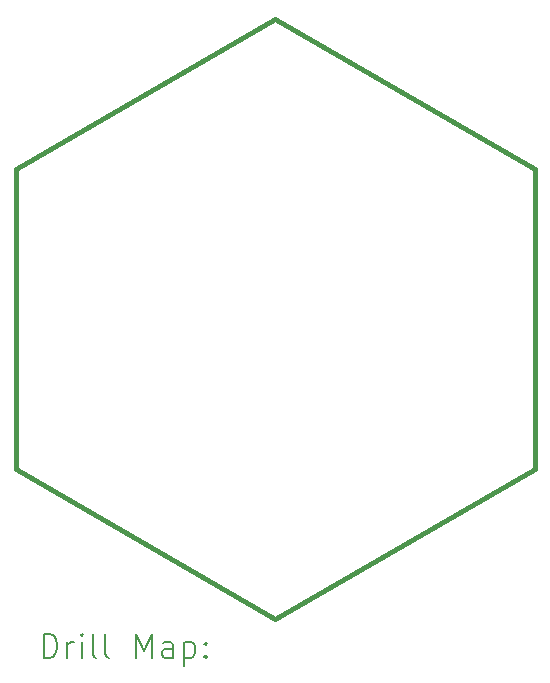
<source format=gbr>
%FSLAX45Y45*%
G04 Gerber Fmt 4.5, Leading zero omitted, Abs format (unit mm)*
G04 Created by KiCad (PCBNEW (5.99.0-8045-ga69a4be853)) date 2021-01-01 20:50:13*
%MOMM*%
%LPD*%
G01*
G04 APERTURE LIST*
%TA.AperFunction,Profile*%
%ADD10C,0.406400*%
%TD*%
%ADD11C,0.200000*%
G04 APERTURE END LIST*
D10*
X17846358Y-8170926D02*
X17846358Y-10710926D01*
X13446950Y-10710926D02*
X13446950Y-8170926D01*
X15646654Y-6900926D02*
X17846358Y-8170926D01*
X13446950Y-8170926D02*
X15646654Y-6900926D01*
X15646654Y-11980926D02*
X13446950Y-10710926D01*
X17846358Y-10710926D02*
X15646654Y-11980926D01*
D11*
X13684249Y-12311722D02*
X13684249Y-12111722D01*
X13731868Y-12111722D01*
X13760439Y-12121246D01*
X13779487Y-12140293D01*
X13789011Y-12159341D01*
X13798534Y-12197436D01*
X13798534Y-12226007D01*
X13789011Y-12264103D01*
X13779487Y-12283150D01*
X13760439Y-12302198D01*
X13731868Y-12311722D01*
X13684249Y-12311722D01*
X13884249Y-12311722D02*
X13884249Y-12178388D01*
X13884249Y-12216484D02*
X13893772Y-12197436D01*
X13903296Y-12187912D01*
X13922344Y-12178388D01*
X13941392Y-12178388D01*
X14008058Y-12311722D02*
X14008058Y-12178388D01*
X14008058Y-12111722D02*
X13998534Y-12121246D01*
X14008058Y-12130769D01*
X14017582Y-12121246D01*
X14008058Y-12111722D01*
X14008058Y-12130769D01*
X14131868Y-12311722D02*
X14112820Y-12302198D01*
X14103296Y-12283150D01*
X14103296Y-12111722D01*
X14236630Y-12311722D02*
X14217582Y-12302198D01*
X14208058Y-12283150D01*
X14208058Y-12111722D01*
X14465201Y-12311722D02*
X14465201Y-12111722D01*
X14531868Y-12254579D01*
X14598534Y-12111722D01*
X14598534Y-12311722D01*
X14779487Y-12311722D02*
X14779487Y-12206960D01*
X14769963Y-12187912D01*
X14750915Y-12178388D01*
X14712820Y-12178388D01*
X14693772Y-12187912D01*
X14779487Y-12302198D02*
X14760439Y-12311722D01*
X14712820Y-12311722D01*
X14693772Y-12302198D01*
X14684249Y-12283150D01*
X14684249Y-12264103D01*
X14693772Y-12245055D01*
X14712820Y-12235531D01*
X14760439Y-12235531D01*
X14779487Y-12226007D01*
X14874725Y-12178388D02*
X14874725Y-12378388D01*
X14874725Y-12187912D02*
X14893772Y-12178388D01*
X14931868Y-12178388D01*
X14950915Y-12187912D01*
X14960439Y-12197436D01*
X14969963Y-12216484D01*
X14969963Y-12273626D01*
X14960439Y-12292674D01*
X14950915Y-12302198D01*
X14931868Y-12311722D01*
X14893772Y-12311722D01*
X14874725Y-12302198D01*
X15055677Y-12292674D02*
X15065201Y-12302198D01*
X15055677Y-12311722D01*
X15046153Y-12302198D01*
X15055677Y-12292674D01*
X15055677Y-12311722D01*
X15055677Y-12187912D02*
X15065201Y-12197436D01*
X15055677Y-12206960D01*
X15046153Y-12197436D01*
X15055677Y-12187912D01*
X15055677Y-12206960D01*
M02*

</source>
